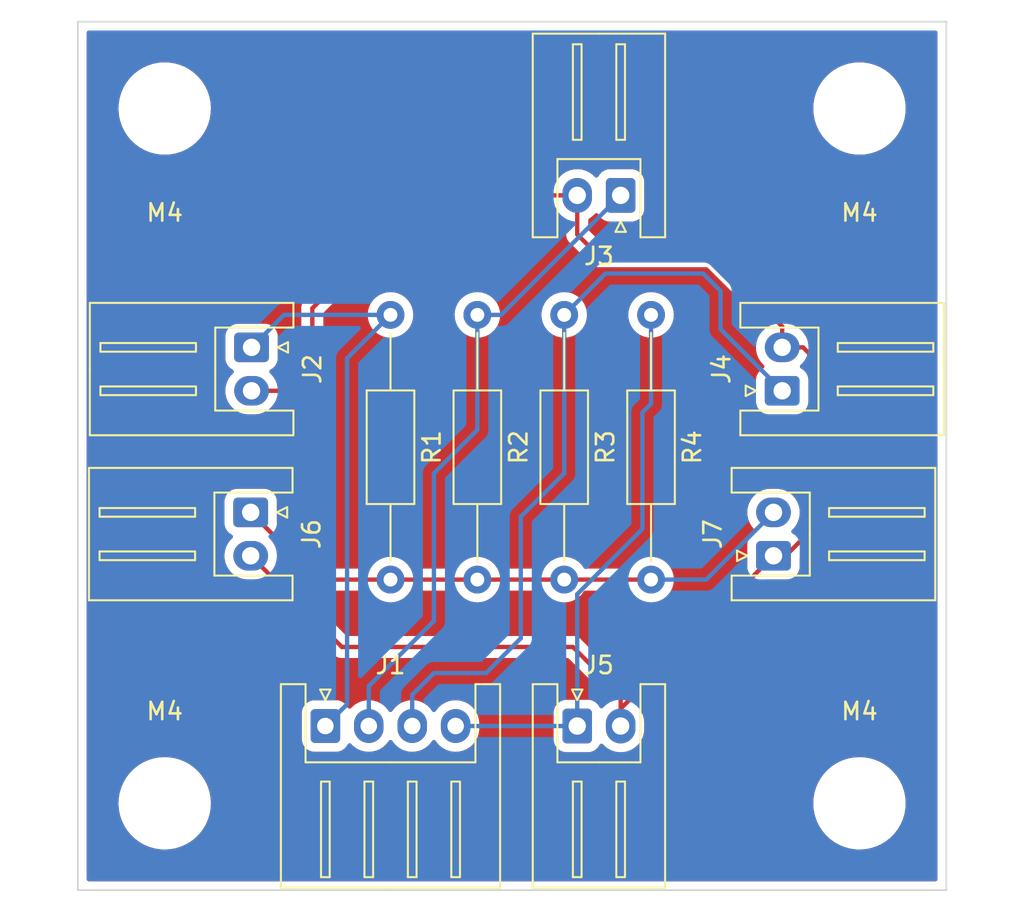
<source format=kicad_pcb>
(kicad_pcb (version 20211014) (generator pcbnew)
  (layers (0 "F.Cu" signal) (31 "B.Cu" signal) (34 "B.Paste" user) (35 "F.Paste" user) (36 "B.SilkS" user "B.Silkscreen") (37 "F.SilkS" user "F.Silkscreen") (38 "B.Mask" user) (39 "F.Mask" user) (44 "Edge.Cuts" user))
  (net 0 "")
  (net 1 "Net-(J1-Pad3)")
  (net 2 "Net-(J1-Pad4)")
  (net 3 "Net-(J2-Pad2)")
  (net 4 "Net-(J6-Pad1)")
  (net 5 "Net-(R1-Pad1)")
  (net 6 "Net-(R2-Pad1)")
  (footprint "MountingHole:MountingHole_4.3mm_M4" (layer "F.Cu") (at 75 135)
    (fp_text reference "M4" (at 0 -5.3) (layer "F.SilkS"))
    (fp_text value "MountingHole_4.3mm_M4")
    (pad "" np_thru_hole circle locked (at 0 0) (size 4.3 4.3) (drill 4.3) (layers F&B.Cu *.Mask))
  )
  (footprint "Resistor_THT:R_Axial_DIN0207_L6.3mm_D2.5mm_P15.24mm_Horizontal" (layer "F.Cu") (at 93 106.88 -90)
    (fp_text reference "R2" (at 7.62 -2.37 90) (layer "F.SilkS"))
    (fp_text value "R")
    (fp_line (start 14.2 0) (end 10.89 0) (layer "F.SilkS") (width 0.12))
    (fp_line (start 1.04 0) (end 4.35 0) (layer "F.SilkS") (width 0.12))
    (fp_line (start 4.35 1.37) (end 10.89 1.37) (layer "F.SilkS") (width 0.12))
    (fp_line (start 10.89 1.37) (end 10.89 -1.37) (layer "F.SilkS") (width 0.12))
    (fp_line (start 10.89 -1.37) (end 4.35 -1.37) (layer "F.SilkS") (width 0.12))
    (fp_line (start 4.35 -1.37) (end 4.35 1.37) (layer "F.SilkS") (width 0.12))
    (pad "1" thru_hole circle (at 0 0 270) (size 1.6 1.6) (drill 0.8) (layers *.Cu *.Mask) (net 6 "Net-(R2-Pad1)"))
    (pad "2" thru_hole oval (at 15.24 0 270) (size 1.6 1.6) (drill 0.8) (layers *.Cu *.Mask) (net 4 "Net-(J6-Pad1)"))
  )
  (footprint "Resistor_THT:R_Axial_DIN0207_L6.3mm_D2.5mm_P15.24mm_Horizontal" (layer "F.Cu") (at 88 106.88 -90)
    (fp_text reference "R1" (at 7.62 -2.37 90) (layer "F.SilkS"))
    (fp_text value "R")
    (fp_line (start 4.35 1.37) (end 10.89 1.37) (layer "F.SilkS") (width 0.12))
    (fp_line (start 10.89 -1.37) (end 4.35 -1.37) (layer "F.SilkS") (width 0.12))
    (fp_line (start 10.89 1.37) (end 10.89 -1.37) (layer "F.SilkS") (width 0.12))
    (fp_line (start 14.2 0) (end 10.89 0) (layer "F.SilkS") (width 0.12))
    (fp_line (start 1.04 0) (end 4.35 0) (layer "F.SilkS") (width 0.12))
    (fp_line (start 4.35 -1.37) (end 4.35 1.37) (layer "F.SilkS") (width 0.12))
    (pad "1" thru_hole circle (at 0 0 270) (size 1.6 1.6) (drill 0.8) (layers *.Cu *.Mask) (net 5 "Net-(R1-Pad1)"))
    (pad "2" thru_hole oval (at 15.24 0 270) (size 1.6 1.6) (drill 0.8) (layers *.Cu *.Mask) (net 4 "Net-(J6-Pad1)"))
  )
  (footprint "Resistor_THT:R_Axial_DIN0207_L6.3mm_D2.5mm_P15.24mm_Horizontal" (layer "F.Cu") (at 103 106.88 -90)
    (fp_text reference "R4" (at 7.62 -2.37 90) (layer "F.SilkS"))
    (fp_text value "R")
    (fp_line (start 4.35 1.37) (end 10.89 1.37) (layer "F.SilkS") (width 0.12))
    (fp_line (start 14.2 0) (end 10.89 0) (layer "F.SilkS") (width 0.12))
    (fp_line (start 10.89 -1.37) (end 4.35 -1.37) (layer "F.SilkS") (width 0.12))
    (fp_line (start 1.04 0) (end 4.35 0) (layer "F.SilkS") (width 0.12))
    (fp_line (start 10.89 1.37) (end 10.89 -1.37) (layer "F.SilkS") (width 0.12))
    (fp_line (start 4.35 -1.37) (end 4.35 1.37) (layer "F.SilkS") (width 0.12))
    (pad "1" thru_hole circle (at 0 0 270) (size 1.6 1.6) (drill 0.8) (layers *.Cu *.Mask) (net 2 "Net-(J1-Pad4)"))
    (pad "2" thru_hole oval (at 15.24 0 270) (size 1.6 1.6) (drill 0.8) (layers *.Cu *.Mask) (net 4 "Net-(J6-Pad1)"))
  )
  (footprint "Resistor_THT:R_Axial_DIN0207_L6.3mm_D2.5mm_P15.24mm_Horizontal" (layer "F.Cu") (at 98 106.88 -90)
    (fp_text reference "R3" (at 7.62 -2.37 90) (layer "F.SilkS"))
    (fp_text value "R")
    (fp_line (start 10.89 1.37) (end 10.89 -1.37) (layer "F.SilkS") (width 0.12))
    (fp_line (start 4.35 1.37) (end 10.89 1.37) (layer "F.SilkS") (width 0.12))
    (fp_line (start 4.35 -1.37) (end 4.35 1.37) (layer "F.SilkS") (width 0.12))
    (fp_line (start 14.2 0) (end 10.89 0) (layer "F.SilkS") (width 0.12))
    (fp_line (start 10.89 -1.37) (end 4.35 -1.37) (layer "F.SilkS") (width 0.12))
    (fp_line (start 1.04 0) (end 4.35 0) (layer "F.SilkS") (width 0.12))
    (pad "1" thru_hole circle (at 0 0 270) (size 1.6 1.6) (drill 0.8) (layers *.Cu *.Mask) (net 1 "Net-(J1-Pad3)"))
    (pad "2" thru_hole oval (at 15.24 0 270) (size 1.6 1.6) (drill 0.8) (layers *.Cu *.Mask) (net 4 "Net-(J6-Pad1)"))
  )
  (footprint "Connector_JST:JST_XH_S2B-XH-A_1x02_P2.50mm_Horizontal" (layer "F.Cu") (at 101.25 100 180)
    (fp_text reference "J3" (at 1.25 -3.5) (layer "F.SilkS"))
    (fp_text value "Conn_01x02_Male")
    (fp_line (start 1.25 9.31) (end 5.06 9.31) (layer "F.SilkS") (width 0.12))
    (fp_line (start -0.3 -2.1) (end 0.3 -2.1) (layer "F.SilkS") (width 0.12))
    (fp_line (start 0.25 8.7) (end 0.25 3.2) (layer "F.SilkS") (width 0.12))
    (fp_line (start 0.3 -2.1) (end 0 -1.5) (layer "F.SilkS") (width 0.12))
    (fp_line (start 3.64 2.09) (end 1.25 2.09) (layer "F.SilkS") (width 0.12))
    (fp_line (start 1.25 9.31) (end -2.56 9.31) (layer "F.SilkS") (width 0.12))
    (fp_line (start 2.75 8.7) (end 2.75 3.2) (layer "F.SilkS") (width 0.12))
    (fp_line (start 2.25 3.2) (end 2.25 8.7) (layer "F.SilkS") (width 0.12))
    (fp_line (start 0.25 3.2) (end -0.25 3.2) (layer "F.SilkS") (width 0.12))
    (fp_line (start -0.25 8.7) (end 0.25 8.7) (layer "F.SilkS") (width 0.12))
    (fp_line (start 0 -1.5) (end -0.3 -2.1) (layer "F.SilkS") (width 0.12))
    (fp_line (start -2.56 -2.41) (end -1.14 -2.41) (layer "F.SilkS") (width 0.12))
    (fp_line (start 2.25 8.7) (end 2.75 8.7) (layer "F.SilkS") (width 0.12))
    (fp_line (start -1.14 2.09) (end 1.25 2.09) (layer "F.SilkS") (width 0.12))
    (fp_line (start 3.64 -2.41) (end 3.64 2.09) (layer "F.SilkS") (width 0.12))
    (fp_line (start 2.75 3.2) (end 2.25 3.2) (layer "F.SilkS") (width 0.12))
    (fp_line (start 5.06 -2.41) (end 3.64 -2.41) (layer "F.SilkS") (width 0.12))
    (fp_line (start 5.06 9.31) (end 5.06 -2.41) (layer "F.SilkS") (width 0.12))
    (fp_line (start -1.14 -2.41) (end -1.14 2.09) (layer "F.SilkS") (width 0.12))
    (fp_line (start -0.25 3.2) (end -0.25 8.7) (layer "F.SilkS") (width 0.12))
    (fp_line (start -2.56 9.31) (end -2.56 -2.41) (layer "F.SilkS") (width 0.12))
    (pad "1" thru_hole roundrect (at 0 0 180) (size 1.7 2) (drill 1) (layers *.Cu *.Mask) (roundrect_rratio 0.147059) (net 6 "Net-(R2-Pad1)"))
    (pad "2" thru_hole oval (at 2.5 0 180) (size 1.7 2) (drill 1) (layers *.Cu *.Mask) (net 3 "Net-(J2-Pad2)"))
  )
  (footprint "Connector_JST:JST_XH_S2B-XH-A_1x02_P2.50mm_Horizontal" (layer "F.Cu") (at 110.55 111.25 90)
    (fp_text reference "J4" (at 1.25 -3.5 90) (layer "F.SilkS"))
    (fp_text value "Conn_01x02_Male")
    (fp_line (start 5.06 -2.41) (end 3.64 -2.41) (layer "F.SilkS") (width 0.12))
    (fp_line (start 1.25 9.31) (end 5.06 9.31) (layer "F.SilkS") (width 0.12))
    (fp_line (start 3.64 -2.41) (end 3.64 2.09) (layer "F.SilkS") (width 0.12))
    (fp_line (start -0.3 -2.1) (end 0.3 -2.1) (layer "F.SilkS") (width 0.12))
    (fp_line (start 1.25 9.31) (end -2.56 9.31) (layer "F.SilkS") (width 0.12))
    (fp_line (start -2.56 -2.41) (end -1.14 -2.41) (layer "F.SilkS") (width 0.12))
    (fp_line (start -1.14 -2.41) (end -1.14 2.09) (layer "F.SilkS") (width 0.12))
    (fp_line (start -2.56 9.31) (end -2.56 -2.41) (layer "F.SilkS") (width 0.12))
    (fp_line (start -0.25 3.2) (end -0.25 8.7) (layer "F.SilkS") (width 0.12))
    (fp_line (start 2.25 3.2) (end 2.25 8.7) (layer "F.SilkS") (width 0.12))
    (fp_line (start -1.14 2.09) (end 1.25 2.09) (layer "F.SilkS") (width 0.12))
    (fp_line (start 0.25 3.2) (end -0.25 3.2) (layer "F.SilkS") (width 0.12))
    (fp_line (start 2.25 8.7) (end 2.75 8.7) (layer "F.SilkS") (width 0.12))
    (fp_line (start 0 -1.5) (end -0.3 -2.1) (layer "F.SilkS") (width 0.12))
    (fp_line (start 0.25 8.7) (end 0.25 3.2) (layer "F.SilkS") (width 0.12))
    (fp_line (start 2.75 8.7) (end 2.75 3.2) (layer "F.SilkS") (width 0.12))
    (fp_line (start 5.06 9.31) (end 5.06 -2.41) (layer "F.SilkS") (width 0.12))
    (fp_line (start 2.75 3.2) (end 2.25 3.2) (layer "F.SilkS") (width 0.12))
    (fp_line (start 3.64 2.09) (end 1.25 2.09) (layer "F.SilkS") (width 0.12))
    (fp_line (start 0.3 -2.1) (end 0 -1.5) (layer "F.SilkS") (width 0.12))
    (fp_line (start -0.25 8.7) (end 0.25 8.7) (layer "F.SilkS") (width 0.12))
    (pad "1" thru_hole roundrect (at 0 0 90) (size 1.7 2) (drill 1) (layers *.Cu *.Mask) (roundrect_rratio 0.147059) (net 1 "Net-(J1-Pad3)"))
    (pad "2" thru_hole oval (at 2.5 0 90) (size 1.7 2) (drill 1) (layers *.Cu *.Mask) (net 3 "Net-(J2-Pad2)"))
  )
  (footprint "Connector_JST:JST_XH_S2B-XH-A_1x02_P2.50mm_Horizontal" (layer "F.Cu") (at 110.05 120.75 90)
    (fp_text reference "J7" (at 1.25 -3.5 90) (layer "F.SilkS"))
    (fp_text value "Conn_01x02_Male")
    (fp_line (start 0 -1.5) (end -0.3 -2.1) (layer "F.SilkS") (width 0.12))
    (fp_line (start 1.25 9.31) (end -2.56 9.31) (layer "F.SilkS") (width 0.12))
    (fp_line (start 2.25 8.7) (end 2.75 8.7) (layer "F.SilkS") (width 0.12))
    (fp_line (start -2.56 9.31) (end -2.56 -2.41) (layer "F.SilkS") (width 0.12))
    (fp_line (start 5.06 9.31) (end 5.06 -2.41) (layer "F.SilkS") (width 0.12))
    (fp_line (start -1.14 -2.41) (end -1.14 2.09) (layer "F.SilkS") (width 0.12))
    (fp_line (start -0.25 8.7) (end 0.25 8.7) (layer "F.SilkS") (width 0.12))
    (fp_line (start 3.64 -2.41) (end 3.64 2.09) (layer "F.SilkS") (width 0.12))
    (fp_line (start -0.25 3.2) (end -0.25 8.7) (layer "F.SilkS") (width 0.12))
    (fp_line (start 5.06 -2.41) (end 3.64 -2.41) (layer "F.SilkS") (width 0.12))
    (fp_line (start 0.3 -2.1) (end 0 -1.5) (layer "F.SilkS") (width 0.12))
    (fp_line (start 2.75 8.7) (end 2.75 3.2) (layer "F.SilkS") (width 0.12))
    (fp_line (start 1.25 9.31) (end 5.06 9.31) (layer "F.SilkS") (width 0.12))
    (fp_line (start 2.25 3.2) (end 2.25 8.7) (layer "F.SilkS") (width 0.12))
    (fp_line (start -0.3 -2.1) (end 0.3 -2.1) (layer "F.SilkS") (width 0.12))
    (fp_line (start 2.75 3.2) (end 2.25 3.2) (layer "F.SilkS") (width 0.12))
    (fp_line (start 3.64 2.09) (end 1.25 2.09) (layer "F.SilkS") (width 0.12))
    (fp_line (start -1.14 2.09) (end 1.25 2.09) (layer "F.SilkS") (width 0.12))
    (fp_line (start -2.56 -2.41) (end -1.14 -2.41) (layer "F.SilkS") (width 0.12))
    (fp_line (start 0.25 3.2) (end -0.25 3.2) (layer "F.SilkS") (width 0.12))
    (fp_line (start 0.25 8.7) (end 0.25 3.2) (layer "F.SilkS") (width 0.12))
    (pad "1" thru_hole roundrect (at 0 0 90) (size 1.7 2) (drill 1) (layers *.Cu *.Mask) (roundrect_rratio 0.147059) (net 3 "Net-(J2-Pad2)"))
    (pad "2" thru_hole oval (at 2.5 0 90) (size 1.7 2) (drill 1) (layers *.Cu *.Mask) (net 4 "Net-(J6-Pad1)"))
  )
  (footprint "Connector_JST:JST_XH_S2B-XH-A_1x02_P2.50mm_Horizontal" (layer "F.Cu") (at 79.95 118.25 -90)
    (fp_text reference "J6" (at 1.25 -3.5 90) (layer "F.SilkS"))
    (fp_text value "Conn_01x02_Male")
    (fp_line (start 5.06 9.31) (end 5.06 -2.41) (layer "F.SilkS") (width 0.12))
    (fp_line (start -1.14 2.09) (end 1.25 2.09) (layer "F.SilkS") (width 0.12))
    (fp_line (start 2.75 3.2) (end 2.25 3.2) (layer "F.SilkS") (width 0.12))
    (fp_line (start 0.25 3.2) (end -0.25 3.2) (layer "F.SilkS") (width 0.12))
    (fp_line (start -0.25 8.7) (end 0.25 8.7) (layer "F.SilkS") (width 0.12))
    (fp_line (start -0.25 3.2) (end -0.25 8.7) (layer "F.SilkS") (width 0.12))
    (fp_line (start -1.14 -2.41) (end -1.14 2.09) (layer "F.SilkS") (width 0.12))
    (fp_line (start 0 -1.5) (end -0.3 -2.1) (layer "F.SilkS") (width 0.12))
    (fp_line (start 2.25 8.7) (end 2.75 8.7) (layer "F.SilkS") (width 0.12))
    (fp_line (start -0.3 -2.1) (end 0.3 -2.1) (layer "F.SilkS") (width 0.12))
    (fp_line (start 1.25 9.31) (end 5.06 9.31) (layer "F.SilkS") (width 0.12))
    (fp_line (start -2.56 9.31) (end -2.56 -2.41) (layer "F.SilkS") (width 0.12))
    (fp_line (start 5.06 -2.41) (end 3.64 -2.41) (layer "F.SilkS") (width 0.12))
    (fp_line (start 2.75 8.7) (end 2.75 3.2) (layer "F.SilkS") (width 0.12))
    (fp_line (start -2.56 -2.41) (end -1.14 -2.41) (layer "F.SilkS") (width 0.12))
    (fp_line (start 2.25 3.2) (end 2.25 8.7) (layer "F.SilkS") (width 0.12))
    (fp_line (start 1.25 9.31) (end -2.56 9.31) (layer "F.SilkS") (width 0.12))
    (fp_line (start 3.64 -2.41) (end 3.64 2.09) (layer "F.SilkS") (width 0.12))
    (fp_line (start 0.3 -2.1) (end 0 -1.5) (layer "F.SilkS") (width 0.12))
    (fp_line (start 3.64 2.09) (end 1.25 2.09) (layer "F.SilkS") (width 0.12))
    (fp_line (start 0.25 8.7) (end 0.25 3.2) (layer "F.SilkS") (width 0.12))
    (pad "1" thru_hole roundrect (at 0 0 270) (size 1.7 2) (drill 1) (layers *.Cu *.Mask) (roundrect_rratio 0.147059) (net 4 "Net-(J6-Pad1)"))
    (pad "2" thru_hole oval (at 2.5 0 270) (size 1.7 2) (drill 1) (layers *.Cu *.Mask) (net 3 "Net-(J2-Pad2)"))
  )
  (footprint "Connector_JST:JST_XH_S4B-XH-A_1x04_P2.50mm_Horizontal" (layer "F.Cu") (at 84.25 130.55)
    (fp_text reference "J1" (at 3.75 -3.5) (layer "F.SilkS"))
    (fp_text value "Conn_01x04_Male")
    (fp_line (start 2.25 3.2) (end 2.25 8.7) (layer "F.SilkS") (width 0.12))
    (fp_line (start -1.14 -2.41) (end -1.14 2.09) (layer "F.SilkS") (width 0.12))
    (fp_line (start 2.25 8.7) (end 2.75 8.7) (layer "F.SilkS") (width 0.12))
    (fp_line (start 4.75 8.7) (end 5.25 8.7) (layer "F.SilkS") (width 0.12))
    (fp_line (start 7.25 8.7) (end 7.75 8.7) (layer "F.SilkS") (width 0.12))
    (fp_line (start -0.25 3.2) (end -0.25 8.7) (layer "F.SilkS") (width 0.12))
    (fp_line (start -0.3 -2.1) (end 0.3 -2.1) (layer "F.SilkS") (width 0.12))
    (fp_line (start -2.56 -2.41) (end -1.14 -2.41) (layer "F.SilkS") (width 0.12))
    (fp_line (start 0 -1.5) (end -0.3 -2.1) (layer "F.SilkS") (width 0.12))
    (fp_line (start 10.06 9.31) (end 10.06 -2.41) (layer "F.SilkS") (width 0.12))
    (fp_line (start 7.25 3.2) (end 7.25 8.7) (layer "F.SilkS") (width 0.12))
    (fp_line (start 2.75 3.2) (end 2.25 3.2) (layer "F.SilkS") (width 0.12))
    (fp_line (start 3.75 9.31) (end -2.56 9.31) (layer "F.SilkS") (width 0.12))
    (fp_line (start 4.75 3.2) (end 4.75 8.7) (layer "F.SilkS") (width 0.12))
    (fp_line (start 10.06 -2.41) (end 8.64 -2.41) (layer "F.SilkS") (width 0.12))
    (fp_line (start 8.64 -2.41) (end 8.64 2.09) (layer "F.SilkS") (width 0.12))
    (fp_line (start 0.25 3.2) (end -0.25 3.2) (layer "F.SilkS") (width 0.12))
    (fp_line (start 2.75 8.7) (end 2.75 3.2) (layer "F.SilkS") (width 0.12))
    (fp_line (start 5.25 3.2) (end 4.75 3.2) (layer "F.SilkS") (width 0.12))
    (fp_line (start 0.3 -2.1) (end 0 -1.5) (layer "F.SilkS") (width 0.12))
    (fp_line (start -1.14 2.09) (end 3.75 2.09) (layer "F.SilkS") (width 0.12))
    (fp_line (start 3.75 9.31) (end 10.06 9.31) (layer "F.SilkS") (width 0.12))
    (fp_line (start 5.25 8.7) (end 5.25 3.2) (layer "F.SilkS") (width 0.12))
    (fp_line (start 8.64 2.09) (end 3.75 2.09) (layer "F.SilkS") (width 0.12))
    (fp_line (start 7.75 8.7) (end 7.75 3.2) (layer "F.SilkS") (width 0.12))
    (fp_line (start 0.25 8.7) (end 0.25 3.2) (layer "F.SilkS") (width 0.12))
    (fp_line (start -2.56 9.31) (end -2.56 -2.41) (layer "F.SilkS") (width 0.12))
    (fp_line (start -0.25 8.7) (end 0.25 8.7) (layer "F.SilkS") (width 0.12))
    (fp_line (start 7.75 3.2) (end 7.25 3.2) (layer "F.SilkS") (width 0.12))
    (pad "1" thru_hole roundrect (at 0 0) (size 1.7 1.95) (drill 0.95) (layers *.Cu *.Mask) (roundrect_rratio 0.147059) (net 5 "Net-(R1-Pad1)"))
    (pad "2" thru_hole oval (at 2.5 0) (size 1.7 1.95) (drill 0.95) (layers *.Cu *.Mask) (net 6 "Net-(R2-Pad1)"))
    (pad "3" thru_hole oval (at 5 0) (size 1.7 1.95) (drill 0.95) (layers *.Cu *.Mask) (net 1 "Net-(J1-Pad3)"))
    (pad "4" thru_hole oval (at 7.5 0) (size 1.7 1.95) (drill 0.95) (layers *.Cu *.Mask) (net 2 "Net-(J1-Pad4)"))
  )
  (footprint "MountingHole:MountingHole_4.3mm_M4" (layer "F.Cu") (at 115 135)
    (fp_text reference "M4" (at 0 -5.3) (layer "F.SilkS"))
    (fp_text value "MountingHole_4.3mm_M4")
    (pad "" np_thru_hole circle locked (at 0 0) (size 4.3 4.3) (drill 4.3) (layers F&B.Cu *.Mask))
  )
  (footprint "Connector_JST:JST_XH_S2B-XH-A_1x02_P2.50mm_Horizontal" (layer "F.Cu") (at 80 108.75 -90)
    (fp_text reference "J2" (at 1.25 -3.5 90) (layer "F.SilkS"))
    (fp_text value "Conn_01x02_Male")
    (fp_line (start 2.75 3.2) (end 2.25 3.2) (layer "F.SilkS") (width 0.12))
    (fp_line (start 5.06 9.31) (end 5.06 -2.41) (layer "F.SilkS") (width 0.12))
    (fp_line (start 1.25 9.31) (end 5.06 9.31) (layer "F.SilkS") (width 0.12))
    (fp_line (start 3.64 2.09) (end 1.25 2.09) (layer "F.SilkS") (width 0.12))
    (fp_line (start -0.25 8.7) (end 0.25 8.7) (layer "F.SilkS") (width 0.12))
    (fp_line (start -2.56 9.31) (end -2.56 -2.41) (layer "F.SilkS") (width 0.12))
    (fp_line (start 0.25 3.2) (end -0.25 3.2) (layer "F.SilkS") (width 0.12))
    (fp_line (start 1.25 9.31) (end -2.56 9.31) (layer "F.SilkS") (width 0.12))
    (fp_line (start 0.3 -2.1) (end 0 -1.5) (layer "F.SilkS") (width 0.12))
    (fp_line (start 5.06 -2.41) (end 3.64 -2.41) (layer "F.SilkS") (width 0.12))
    (fp_line (start 3.64 -2.41) (end 3.64 2.09) (layer "F.SilkS") (width 0.12))
    (fp_line (start 2.25 3.2) (end 2.25 8.7) (layer "F.SilkS") (width 0.12))
    (fp_line (start -1.14 2.09) (end 1.25 2.09) (layer "F.SilkS") (width 0.12))
    (fp_line (start 0 -1.5) (end -0.3 -2.1) (layer "F.SilkS") (width 0.12))
    (fp_line (start -0.3 -2.1) (end 0.3 -2.1) (layer "F.SilkS") (width 0.12))
    (fp_line (start 2.75 8.7) (end 2.75 3.2) (layer "F.SilkS") (width 0.12))
    (fp_line (start -0.25 3.2) (end -0.25 8.7) (layer "F.SilkS") (width 0.12))
    (fp_line (start 2.25 8.7) (end 2.75 8.7) (layer "F.SilkS") (width 0.12))
    (fp_line (start -2.56 -2.41) (end -1.14 -2.41) (layer "F.SilkS") (width 0.12))
    (fp_line (start -1.14 -2.41) (end -1.14 2.09) (layer "F.SilkS") (width 0.12))
    (fp_line (start 0.25 8.7) (end 0.25 3.2) (layer "F.SilkS") (width 0.12))
    (pad "1" thru_hole roundrect (at 0 0 270) (size 1.7 2) (drill 1) (layers *.Cu *.Mask) (roundrect_rratio 0.147059) (net 5 "Net-(R1-Pad1)"))
    (pad "2" thru_hole oval (at 2.5 0 270) (size 1.7 2) (drill 1) (layers *.Cu *.Mask) (net 3 "Net-(J2-Pad2)"))
  )
  (footprint "MountingHole:MountingHole_4.3mm_M4" (layer "F.Cu") (at 115 95)
    (fp_text reference "M4" (at 0 6) (layer "F.SilkS"))
    (fp_text value "MountingHole_4.3mm_M4")
    (pad "" np_thru_hole circle locked (at 0 0) (size 4.3 4.3) (drill 4.3) (layers F&B.Cu *.Mask))
  )
  (footprint "MountingHole:MountingHole_4.3mm_M4" (layer "F.Cu") (at 75 95)
    (fp_text reference "M4" (at 0 6) (layer "F.SilkS"))
    (fp_text value "MountingHole_4.3mm_M4")
    (pad "" np_thru_hole circle locked (at 0 0) (size 4.3 4.3) (drill 4.3) (layers F&B.Cu *.Mask))
  )
  (footprint "Connector_JST:JST_XH_S2B-XH-A_1x02_P2.50mm_Horizontal" (layer "F.Cu") (at 98.75 130.55)
    (fp_text reference "J5" (at 1.25 -3.5) (layer "F.SilkS"))
    (fp_text value "Conn_01x02_Male")
    (fp_line (start -1.14 2.09) (end 1.25 2.09) (layer "F.SilkS") (width 0.12))
    (fp_line (start 1.25 9.31) (end -2.56 9.31) (layer "F.SilkS") (width 0.12))
    (fp_line (start 3.64 2.09) (end 1.25 2.09) (layer "F.SilkS") (width 0.12))
    (fp_line (start 5.06 9.31) (end 5.06 -2.41) (layer "F.SilkS") (width 0.12))
    (fp_line (start -0.3 -2.1) (end 0.3 -2.1) (layer "F.SilkS") (width 0.12))
    (fp_line (start 0.25 8.7) (end 0.25 3.2) (layer "F.SilkS") (width 0.12))
    (fp_line (start 5.06 -2.41) (end 3.64 -2.41) (layer "F.SilkS") (width 0.12))
    (fp_line (start 2.75 3.2) (end 2.25 3.2) (layer "F.SilkS") (width 0.12))
    (fp_line (start 2.25 3.2) (end 2.25 8.7) (layer "F.SilkS") (width 0.12))
    (fp_line (start 0 -1.5) (end -0.3 -2.1) (layer "F.SilkS") (width 0.12))
    (fp_line (start 0.25 3.2) (end -0.25 3.2) (layer "F.SilkS") (width 0.12))
    (fp_line (start -2.56 -2.41) (end -1.14 -2.41) (layer "F.SilkS") (width 0.12))
    (fp_line (start 0.3 -2.1) (end 0 -1.5) (layer "F.SilkS") (width 0.12))
    (fp_line (start 2.75 8.7) (end 2.75 3.2) (layer "F.SilkS") (width 0.12))
    (fp_line (start 2.25 8.7) (end 2.75 8.7) (layer "F.SilkS") (width 0.12))
    (fp_line (start -0.25 8.7) (end 0.25 8.7) (layer "F.SilkS") (width 0.12))
    (fp_line (start 3.64 -2.41) (end 3.64 2.09) (layer "F.SilkS") (width 0.12))
    (fp_line (start -1.14 -2.41) (end -1.14 2.09) (layer "F.SilkS") (width 0.12))
    (fp_line (start -2.56 9.31) (end -2.56 -2.41) (layer "F.SilkS") (width 0.12))
    (fp_line (start -0.25 3.2) (end -0.25 8.7) (layer "F.SilkS") (width 0.12))
    (fp_line (start 1.25 9.31) (end 5.06 9.31) (layer "F.SilkS") (width 0.12))
    (pad "1" thru_hole roundrect (at 0 0) (size 1.7 2) (drill 1) (layers *.Cu *.Mask) (roundrect_rratio 0.147059) (net 2 "Net-(J1-Pad4)"))
    (pad "2" thru_hole oval (at 2.5 0) (size 1.7 2) (drill 1) (layers *.Cu *.Mask) (net 3 "Net-(J2-Pad2)"))
  )
  (gr_line (start 120 90) (end 70 90) (layer "Edge.Cuts") (width 0.1))
  (gr_line (start 70 90) (end 70 140) (layer "Edge.Cuts") (width 0.1))
  (gr_line (start 70 140) (end 120 140) (layer "Edge.Cuts") (width 0.1))
  (gr_line (start 120 140) (end 120 90) (layer "Edge.Cuts") (width 0.1))
  (segment (start 93.5 127.5) (end 90.5 127.5) (width 0.25) (layer "B.Cu") (net 1))
  (segment (start 107 107.7) (end 107 105.5) (width 0.25) (layer "B.Cu") (net 1))
  (segment (start 100.38 104.5) (end 98 106.88) (width 0.25) (layer "B.Cu") (net 1))
  (segment (start 95.5 118.5) (end 95.5 125.5) (width 0.25) (layer "B.Cu") (net 1))
  (segment (start 90.5 127.5) (end 89.25 128.75) (width 0.25) (layer "B.Cu") (net 1))
  (segment (start 89.25 128.75) (end 89.25 130.55) (width 0.25) (layer "B.Cu") (net 1))
  (segment (start 95.5 125.5) (end 93.5 127.5) (width 0.25) (layer "B.Cu") (net 1))
  (segment (start 98 106.88) (end 98 116) (width 0.25) (layer "B.Cu") (net 1))
  (segment (start 107 105.5) (end 106 104.5) (width 0.25) (layer "B.Cu") (net 1))
  (segment (start 110.55 111.25) (end 107 107.7) (width 0.25) (layer "B.Cu") (net 1))
  (segment (start 106 104.5) (end 100.38 104.5) (width 0.25) (layer "B.Cu") (net 1))
  (segment (start 98 116) (end 95.5 118.5) (width 0.25) (layer "B.Cu") (net 1))
  (segment (start 103 112) (end 103 106.88) (width 0.25) (layer "B.Cu") (net 2))
  (segment (start 98.75 130.55) (end 98.75 122.9603) (width 0.25) (layer "B.Cu") (net 2))
  (segment (start 102.5 112.5) (end 103 112) (width 0.25) (layer "B.Cu") (net 2))
  (segment (start 98.75 130.55) (end 91.75 130.55) (width 0.25) (layer "B.Cu") (net 2))
  (segment (start 98.75 122.9603) (end 102.5 119.2103) (width 0.25) (layer "B.Cu") (net 2))
  (segment (start 102.5 119.2103) (end 102.5 112.5) (width 0.25) (layer "B.Cu") (net 2))
  (segment (start 98.75 100) (end 90 100) (width 0.25) (layer "F.Cu") (net 3))
  (segment (start 110.55 108.75) (end 110.55 107.55) (width 0.25) (layer "F.Cu") (net 3))
  (segment (start 79.95 120.75) (end 85.2 126) (width 0.25) (layer "F.Cu") (net 3))
  (segment (start 98.5 126) (end 101.25 128.75) (width 0.25) (layer "F.Cu") (net 3))
  (segment (start 101.25 129.55) (end 110.05 120.75) (width 0.25) (layer "F.Cu") (net 3))
  (segment (start 101.25 130.55) (end 101.25 129.55) (width 0.25) (layer "F.Cu") (net 3))
  (segment (start 82.75 111.25) (end 80 111.25) (width 0.25) (layer "F.Cu") (net 3))
  (segment (start 110.05 120.75) (end 110.75 120.75) (width 0.25) (layer "F.Cu") (net 3))
  (segment (start 110.55 107.55) (end 106.5 103.5) (width 0.25) (layer "F.Cu") (net 3))
  (segment (start 106.5 103.5) (end 100 103.5) (width 0.25) (layer "F.Cu") (net 3))
  (segment (start 83.5 110.5) (end 82.75 111.25) (width 0.25) (layer "F.Cu") (net 3))
  (segment (start 114 117.5) (end 114 111) (width 0.25) (layer "F.Cu") (net 3))
  (segment (start 83.5 106.5) (end 83.5 110.5) (width 0.25) (layer "F.Cu") (net 3))
  (segment (start 90 100) (end 83.5 106.5) (width 0.25) (layer "F.Cu") (net 3))
  (segment (start 111.75 108.75) (end 110.55 108.75) (width 0.25) (layer "F.Cu") (net 3))
  (segment (start 101.25 128.75) (end 101.25 130.55) (width 0.25) (layer "F.Cu") (net 3))
  (segment (start 110.75 120.75) (end 114 117.5) (width 0.25) (layer "F.Cu") (net 3))
  (segment (start 98.75 102.25) (end 98.75 100) (width 0.25) (layer "F.Cu") (net 3))
  (segment (start 85.2 126) (end 98.5 126) (width 0.25) (layer "F.Cu") (net 3))
  (segment (start 114 111) (end 111.75 108.75) (width 0.25) (layer "F.Cu") (net 3))
  (segment (start 100 103.5) (end 98.75 102.25) (width 0.25) (layer "F.Cu") (net 3))
  (segment (start 88 122.12) (end 93 122.12) (width 0.25) (layer "F.Cu") (net 4))
  (segment (start 93 122.12) (end 98 122.12) (width 0.25) (layer "F.Cu") (net 4))
  (segment (start 83.82 122.12) (end 88 122.12) (width 0.25) (layer "F.Cu") (net 4))
  (segment (start 98 122.12) (end 103 122.12) (width 0.25) (layer "F.Cu") (net 4))
  (segment (start 79.95 118.25) (end 83.82 122.12) (width 0.25) (layer "F.Cu") (net 4))
  (segment (start 106.18 122.12) (end 110.05 118.25) (width 0.25) (layer "B.Cu") (net 4))
  (segment (start 103 122.12) (end 106.18 122.12) (width 0.25) (layer "B.Cu") (net 4))
  (segment (start 80 108.75) (end 81.87 106.88) (width 0.25) (layer "B.Cu") (net 5))
  (segment (start 81.87 106.88) (end 88 106.88) (width 0.25) (layer "B.Cu") (net 5))
  (segment (start 88 106.88) (end 85.5 109.38) (width 0.25) (layer "B.Cu") (net 5))
  (segment (start 85.5 109.38) (end 85.5 129.3) (width 0.25) (layer "B.Cu") (net 5))
  (segment (start 85.5 129.3) (end 84.25 130.55) (width 0.25) (layer "B.Cu") (net 5))
  (segment (start 93 113.5) (end 90.5 116) (width 0.25) (layer "B.Cu") (net 6))
  (segment (start 90.5 124.5) (end 86.75 128.25) (width 0.25) (layer "B.Cu") (net 6))
  (segment (start 93 106.88) (end 93 113.5) (width 0.25) (layer "B.Cu") (net 6))
  (segment (start 94.37 106.88) (end 93 106.88) (width 0.25) (layer "B.Cu") (net 6))
  (segment (start 90.5 116) (end 90.5 124.5) (width 0.25) (layer "B.Cu") (net 6))
  (segment (start 86.75 128.25) (end 86.75 130.55) (width 0.25) (layer "B.Cu") (net 6))
  (segment (start 101.25 100) (end 94.37 106.88) (width 0.25) (layer "B.Cu") (net 6))
  (zone (net 0) (net_name "") (layer "F.Cu") (connect_pads (clearance 0.508)) (min_thickness 0.254) (fill yes (thermal_gap 0.508) (thermal_bridge_width 0.508))
    (polygon (pts (xy 120 140) (xy 70 140) (xy 70 90) (xy 120 90)))
  )
  (zone (net 0) (net_name "") (layer "B.Cu") (connect_pads (clearance 0.508)) (min_thickness 0.254) (fill yes (thermal_gap 0.508) (thermal_bridge_width 0.508))
    (polygon (pts (xy 120 140) (xy 70 140) (xy 70 90) (xy 120 90)))
  )
)
</source>
